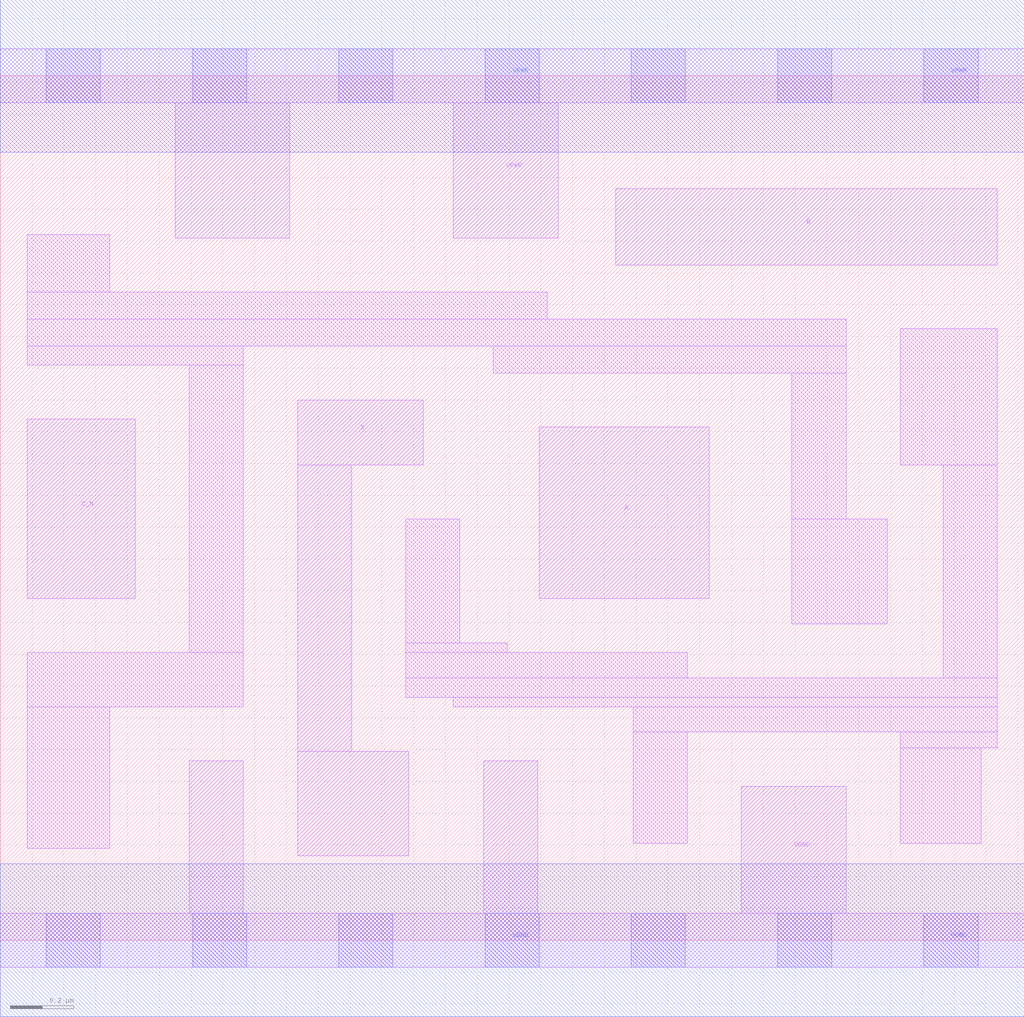
<source format=lef>
# Copyright 2020 The SkyWater PDK Authors
#
# Licensed under the Apache License, Version 2.0 (the "License");
# you may not use this file except in compliance with the License.
# You may obtain a copy of the License at
#
#     https://www.apache.org/licenses/LICENSE-2.0
#
# Unless required by applicable law or agreed to in writing, software
# distributed under the License is distributed on an "AS IS" BASIS,
# WITHOUT WARRANTIES OR CONDITIONS OF ANY KIND, either express or implied.
# See the License for the specific language governing permissions and
# limitations under the License.
#
# SPDX-License-Identifier: Apache-2.0

VERSION 5.7 ;
  NAMESCASESENSITIVE ON ;
  NOWIREEXTENSIONATPIN ON ;
  DIVIDERCHAR "/" ;
  BUSBITCHARS "[]" ;
UNITS
  DATABASE MICRONS 200 ;
END UNITS
MACRO sky130_fd_sc_hd__or3b_2
  CLASS CORE ;
  SOURCE USER ;
  FOREIGN sky130_fd_sc_hd__or3b_2 ;
  ORIGIN  0.000000  0.000000 ;
  SIZE  3.220000 BY  2.720000 ;
  SYMMETRY X Y R90 ;
  SITE unithd ;
  PIN A
    ANTENNAGATEAREA  0.126000 ;
    DIRECTION INPUT ;
    USE SIGNAL ;
    PORT
      LAYER li1 ;
        RECT 1.695000 1.075000 2.230000 1.615000 ;
    END
  END A
  PIN B
    ANTENNAGATEAREA  0.126000 ;
    DIRECTION INPUT ;
    USE SIGNAL ;
    PORT
      LAYER li1 ;
        RECT 1.935000 2.125000 3.135000 2.365000 ;
    END
  END B
  PIN C_N
    ANTENNAGATEAREA  0.126000 ;
    DIRECTION INPUT ;
    USE SIGNAL ;
    PORT
      LAYER li1 ;
        RECT 0.085000 1.075000 0.425000 1.640000 ;
    END
  END C_N
  PIN X
    ANTENNADIFFAREA  0.445500 ;
    DIRECTION OUTPUT ;
    USE SIGNAL ;
    PORT
      LAYER li1 ;
        RECT 0.935000 0.265000 1.285000 0.595000 ;
        RECT 0.935000 0.595000 1.105000 1.495000 ;
        RECT 0.935000 1.495000 1.330000 1.700000 ;
    END
  END X
  PIN VGND
    DIRECTION INOUT ;
    SHAPE ABUTMENT ;
    USE GROUND ;
    PORT
      LAYER li1 ;
        RECT 0.000000 -0.085000 3.220000 0.085000 ;
        RECT 0.595000  0.085000 0.765000 0.565000 ;
        RECT 1.520000  0.085000 1.690000 0.565000 ;
        RECT 2.330000  0.085000 2.660000 0.485000 ;
      LAYER mcon ;
        RECT 0.145000 -0.085000 0.315000 0.085000 ;
        RECT 0.605000 -0.085000 0.775000 0.085000 ;
        RECT 1.065000 -0.085000 1.235000 0.085000 ;
        RECT 1.525000 -0.085000 1.695000 0.085000 ;
        RECT 1.985000 -0.085000 2.155000 0.085000 ;
        RECT 2.445000 -0.085000 2.615000 0.085000 ;
        RECT 2.905000 -0.085000 3.075000 0.085000 ;
      LAYER met1 ;
        RECT 0.000000 -0.240000 3.220000 0.240000 ;
    END
  END VGND
  PIN VPWR
    DIRECTION INOUT ;
    SHAPE ABUTMENT ;
    USE POWER ;
    PORT
      LAYER li1 ;
        RECT 0.000000 2.635000 3.220000 2.805000 ;
        RECT 0.550000 2.210000 0.910000 2.635000 ;
        RECT 1.425000 2.210000 1.755000 2.635000 ;
      LAYER mcon ;
        RECT 0.145000 2.635000 0.315000 2.805000 ;
        RECT 0.605000 2.635000 0.775000 2.805000 ;
        RECT 1.065000 2.635000 1.235000 2.805000 ;
        RECT 1.525000 2.635000 1.695000 2.805000 ;
        RECT 1.985000 2.635000 2.155000 2.805000 ;
        RECT 2.445000 2.635000 2.615000 2.805000 ;
        RECT 2.905000 2.635000 3.075000 2.805000 ;
      LAYER met1 ;
        RECT 0.000000 2.480000 3.220000 2.960000 ;
    END
  END VPWR
  OBS
    LAYER li1 ;
      RECT 0.085000 0.290000 0.345000 0.735000 ;
      RECT 0.085000 0.735000 0.765000 0.905000 ;
      RECT 0.085000 1.810000 0.765000 1.870000 ;
      RECT 0.085000 1.870000 2.660000 1.955000 ;
      RECT 0.085000 1.955000 1.720000 2.040000 ;
      RECT 0.085000 2.040000 0.345000 2.220000 ;
      RECT 0.595000 0.905000 0.765000 1.810000 ;
      RECT 1.275000 0.765000 3.135000 0.825000 ;
      RECT 1.275000 0.825000 2.160000 0.905000 ;
      RECT 1.275000 0.905000 1.595000 0.935000 ;
      RECT 1.275000 0.935000 1.445000 1.325000 ;
      RECT 1.425000 0.735000 3.135000 0.765000 ;
      RECT 1.550000 1.785000 2.660000 1.870000 ;
      RECT 1.990000 0.305000 2.160000 0.655000 ;
      RECT 1.990000 0.655000 3.135000 0.735000 ;
      RECT 2.490000 0.995000 2.790000 1.325000 ;
      RECT 2.490000 1.325000 2.660000 1.785000 ;
      RECT 2.830000 0.305000 3.085000 0.605000 ;
      RECT 2.830000 0.605000 3.135000 0.655000 ;
      RECT 2.830000 1.495000 3.135000 1.925000 ;
      RECT 2.965000 0.825000 3.135000 1.495000 ;
  END
END sky130_fd_sc_hd__or3b_2
END LIBRARY

</source>
